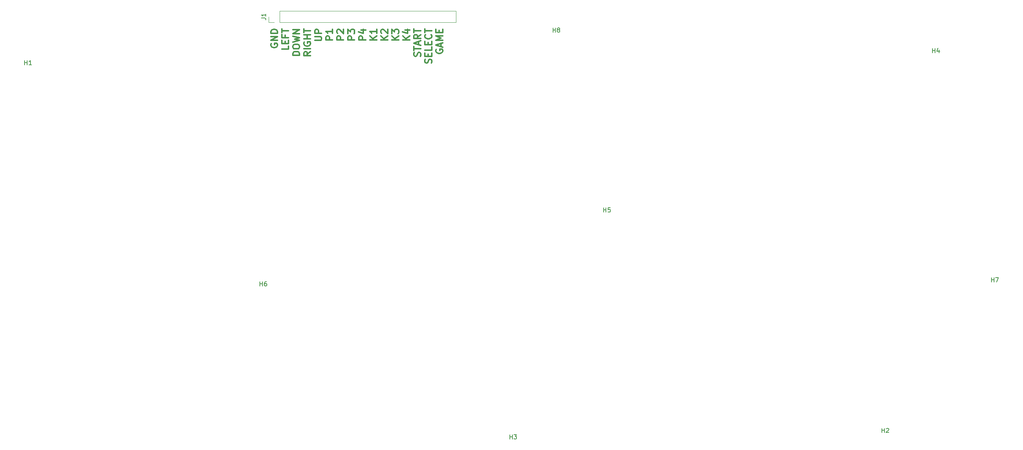
<source format=gbr>
%TF.GenerationSoftware,KiCad,Pcbnew,(7.0.0)*%
%TF.CreationDate,2023-03-03T17:09:00-06:00*%
%TF.ProjectId,Frosty,46726f73-7479-42e6-9b69-6361645f7063,rev?*%
%TF.SameCoordinates,Original*%
%TF.FileFunction,Legend,Top*%
%TF.FilePolarity,Positive*%
%FSLAX46Y46*%
G04 Gerber Fmt 4.6, Leading zero omitted, Abs format (unit mm)*
G04 Created by KiCad (PCBNEW (7.0.0)) date 2023-03-03 17:09:00*
%MOMM*%
%LPD*%
G01*
G04 APERTURE LIST*
%ADD10C,0.375000*%
%ADD11C,0.150000*%
%ADD12C,0.120000*%
G04 APERTURE END LIST*
D10*
X103230415Y-29718571D02*
X103155653Y-29868095D01*
X103155653Y-29868095D02*
X103155653Y-30092381D01*
X103155653Y-30092381D02*
X103230415Y-30316666D01*
X103230415Y-30316666D02*
X103379938Y-30466190D01*
X103379938Y-30466190D02*
X103529462Y-30540952D01*
X103529462Y-30540952D02*
X103828510Y-30615714D01*
X103828510Y-30615714D02*
X104052795Y-30615714D01*
X104052795Y-30615714D02*
X104351843Y-30540952D01*
X104351843Y-30540952D02*
X104501367Y-30466190D01*
X104501367Y-30466190D02*
X104650891Y-30316666D01*
X104650891Y-30316666D02*
X104725653Y-30092381D01*
X104725653Y-30092381D02*
X104725653Y-29942857D01*
X104725653Y-29942857D02*
X104650891Y-29718571D01*
X104650891Y-29718571D02*
X104576129Y-29643809D01*
X104576129Y-29643809D02*
X104052795Y-29643809D01*
X104052795Y-29643809D02*
X104052795Y-29942857D01*
X104725653Y-28970952D02*
X103155653Y-28970952D01*
X103155653Y-28970952D02*
X104725653Y-28073809D01*
X104725653Y-28073809D02*
X103155653Y-28073809D01*
X104725653Y-27326190D02*
X103155653Y-27326190D01*
X103155653Y-27326190D02*
X103155653Y-26952380D01*
X103155653Y-26952380D02*
X103230415Y-26728095D01*
X103230415Y-26728095D02*
X103379938Y-26578571D01*
X103379938Y-26578571D02*
X103529462Y-26503809D01*
X103529462Y-26503809D02*
X103828510Y-26429047D01*
X103828510Y-26429047D02*
X104052795Y-26429047D01*
X104052795Y-26429047D02*
X104351843Y-26503809D01*
X104351843Y-26503809D02*
X104501367Y-26578571D01*
X104501367Y-26578571D02*
X104650891Y-26728095D01*
X104650891Y-26728095D02*
X104725653Y-26952380D01*
X104725653Y-26952380D02*
X104725653Y-27326190D01*
X107269053Y-30241903D02*
X107269053Y-30989522D01*
X107269053Y-30989522D02*
X105699053Y-30989522D01*
X106446672Y-29718570D02*
X106446672Y-29195237D01*
X107269053Y-28970951D02*
X107269053Y-29718570D01*
X107269053Y-29718570D02*
X105699053Y-29718570D01*
X105699053Y-29718570D02*
X105699053Y-28970951D01*
X106446672Y-27774761D02*
X106446672Y-28298094D01*
X107269053Y-28298094D02*
X105699053Y-28298094D01*
X105699053Y-28298094D02*
X105699053Y-27550475D01*
X105699053Y-27176666D02*
X105699053Y-26279523D01*
X107269053Y-26728094D02*
X105699053Y-26728094D01*
X109812453Y-32410000D02*
X108242453Y-32410000D01*
X108242453Y-32410000D02*
X108242453Y-32036190D01*
X108242453Y-32036190D02*
X108317215Y-31811905D01*
X108317215Y-31811905D02*
X108466738Y-31662381D01*
X108466738Y-31662381D02*
X108616262Y-31587619D01*
X108616262Y-31587619D02*
X108915310Y-31512857D01*
X108915310Y-31512857D02*
X109139595Y-31512857D01*
X109139595Y-31512857D02*
X109438643Y-31587619D01*
X109438643Y-31587619D02*
X109588167Y-31662381D01*
X109588167Y-31662381D02*
X109737691Y-31811905D01*
X109737691Y-31811905D02*
X109812453Y-32036190D01*
X109812453Y-32036190D02*
X109812453Y-32410000D01*
X108242453Y-30540952D02*
X108242453Y-30241905D01*
X108242453Y-30241905D02*
X108317215Y-30092381D01*
X108317215Y-30092381D02*
X108466738Y-29942857D01*
X108466738Y-29942857D02*
X108765786Y-29868095D01*
X108765786Y-29868095D02*
X109289119Y-29868095D01*
X109289119Y-29868095D02*
X109588167Y-29942857D01*
X109588167Y-29942857D02*
X109737691Y-30092381D01*
X109737691Y-30092381D02*
X109812453Y-30241905D01*
X109812453Y-30241905D02*
X109812453Y-30540952D01*
X109812453Y-30540952D02*
X109737691Y-30690476D01*
X109737691Y-30690476D02*
X109588167Y-30840000D01*
X109588167Y-30840000D02*
X109289119Y-30914762D01*
X109289119Y-30914762D02*
X108765786Y-30914762D01*
X108765786Y-30914762D02*
X108466738Y-30840000D01*
X108466738Y-30840000D02*
X108317215Y-30690476D01*
X108317215Y-30690476D02*
X108242453Y-30540952D01*
X108242453Y-29344762D02*
X109812453Y-28970952D01*
X109812453Y-28970952D02*
X108691024Y-28671905D01*
X108691024Y-28671905D02*
X109812453Y-28372857D01*
X109812453Y-28372857D02*
X108242453Y-27999048D01*
X109812453Y-27400952D02*
X108242453Y-27400952D01*
X108242453Y-27400952D02*
X109812453Y-26503809D01*
X109812453Y-26503809D02*
X108242453Y-26503809D01*
X112355853Y-31587618D02*
X111608234Y-32110951D01*
X112355853Y-32484761D02*
X110785853Y-32484761D01*
X110785853Y-32484761D02*
X110785853Y-31886666D01*
X110785853Y-31886666D02*
X110860615Y-31737142D01*
X110860615Y-31737142D02*
X110935376Y-31662380D01*
X110935376Y-31662380D02*
X111084900Y-31587618D01*
X111084900Y-31587618D02*
X111309186Y-31587618D01*
X111309186Y-31587618D02*
X111458710Y-31662380D01*
X111458710Y-31662380D02*
X111533472Y-31737142D01*
X111533472Y-31737142D02*
X111608234Y-31886666D01*
X111608234Y-31886666D02*
X111608234Y-32484761D01*
X112355853Y-30914761D02*
X110785853Y-30914761D01*
X110860615Y-29344761D02*
X110785853Y-29494285D01*
X110785853Y-29494285D02*
X110785853Y-29718571D01*
X110785853Y-29718571D02*
X110860615Y-29942856D01*
X110860615Y-29942856D02*
X111010138Y-30092380D01*
X111010138Y-30092380D02*
X111159662Y-30167142D01*
X111159662Y-30167142D02*
X111458710Y-30241904D01*
X111458710Y-30241904D02*
X111682995Y-30241904D01*
X111682995Y-30241904D02*
X111982043Y-30167142D01*
X111982043Y-30167142D02*
X112131567Y-30092380D01*
X112131567Y-30092380D02*
X112281091Y-29942856D01*
X112281091Y-29942856D02*
X112355853Y-29718571D01*
X112355853Y-29718571D02*
X112355853Y-29569047D01*
X112355853Y-29569047D02*
X112281091Y-29344761D01*
X112281091Y-29344761D02*
X112206329Y-29269999D01*
X112206329Y-29269999D02*
X111682995Y-29269999D01*
X111682995Y-29269999D02*
X111682995Y-29569047D01*
X112355853Y-28597142D02*
X110785853Y-28597142D01*
X111533472Y-28597142D02*
X111533472Y-27699999D01*
X112355853Y-27699999D02*
X110785853Y-27699999D01*
X110785853Y-27176666D02*
X110785853Y-26279523D01*
X112355853Y-26728094D02*
X110785853Y-26728094D01*
X113329253Y-28970952D02*
X114600205Y-28970952D01*
X114600205Y-28970952D02*
X114749729Y-28896190D01*
X114749729Y-28896190D02*
X114824491Y-28821428D01*
X114824491Y-28821428D02*
X114899253Y-28671904D01*
X114899253Y-28671904D02*
X114899253Y-28372857D01*
X114899253Y-28372857D02*
X114824491Y-28223333D01*
X114824491Y-28223333D02*
X114749729Y-28148571D01*
X114749729Y-28148571D02*
X114600205Y-28073809D01*
X114600205Y-28073809D02*
X113329253Y-28073809D01*
X114899253Y-27326190D02*
X113329253Y-27326190D01*
X113329253Y-27326190D02*
X113329253Y-26728095D01*
X113329253Y-26728095D02*
X113404015Y-26578571D01*
X113404015Y-26578571D02*
X113478776Y-26503809D01*
X113478776Y-26503809D02*
X113628300Y-26429047D01*
X113628300Y-26429047D02*
X113852586Y-26429047D01*
X113852586Y-26429047D02*
X114002110Y-26503809D01*
X114002110Y-26503809D02*
X114076872Y-26578571D01*
X114076872Y-26578571D02*
X114151634Y-26728095D01*
X114151634Y-26728095D02*
X114151634Y-27326190D01*
X117442653Y-28821428D02*
X115872653Y-28821428D01*
X115872653Y-28821428D02*
X115872653Y-28223333D01*
X115872653Y-28223333D02*
X115947415Y-28073809D01*
X115947415Y-28073809D02*
X116022176Y-27999047D01*
X116022176Y-27999047D02*
X116171700Y-27924285D01*
X116171700Y-27924285D02*
X116395986Y-27924285D01*
X116395986Y-27924285D02*
X116545510Y-27999047D01*
X116545510Y-27999047D02*
X116620272Y-28073809D01*
X116620272Y-28073809D02*
X116695034Y-28223333D01*
X116695034Y-28223333D02*
X116695034Y-28821428D01*
X117442653Y-26429047D02*
X117442653Y-27326190D01*
X117442653Y-26877618D02*
X115872653Y-26877618D01*
X115872653Y-26877618D02*
X116096938Y-27027142D01*
X116096938Y-27027142D02*
X116246462Y-27176666D01*
X116246462Y-27176666D02*
X116321224Y-27326190D01*
X119986053Y-28821428D02*
X118416053Y-28821428D01*
X118416053Y-28821428D02*
X118416053Y-28223333D01*
X118416053Y-28223333D02*
X118490815Y-28073809D01*
X118490815Y-28073809D02*
X118565576Y-27999047D01*
X118565576Y-27999047D02*
X118715100Y-27924285D01*
X118715100Y-27924285D02*
X118939386Y-27924285D01*
X118939386Y-27924285D02*
X119088910Y-27999047D01*
X119088910Y-27999047D02*
X119163672Y-28073809D01*
X119163672Y-28073809D02*
X119238434Y-28223333D01*
X119238434Y-28223333D02*
X119238434Y-28821428D01*
X118565576Y-27326190D02*
X118490815Y-27251428D01*
X118490815Y-27251428D02*
X118416053Y-27101904D01*
X118416053Y-27101904D02*
X118416053Y-26728095D01*
X118416053Y-26728095D02*
X118490815Y-26578571D01*
X118490815Y-26578571D02*
X118565576Y-26503809D01*
X118565576Y-26503809D02*
X118715100Y-26429047D01*
X118715100Y-26429047D02*
X118864624Y-26429047D01*
X118864624Y-26429047D02*
X119088910Y-26503809D01*
X119088910Y-26503809D02*
X119986053Y-27400952D01*
X119986053Y-27400952D02*
X119986053Y-26429047D01*
X122529453Y-28821428D02*
X120959453Y-28821428D01*
X120959453Y-28821428D02*
X120959453Y-28223333D01*
X120959453Y-28223333D02*
X121034215Y-28073809D01*
X121034215Y-28073809D02*
X121108976Y-27999047D01*
X121108976Y-27999047D02*
X121258500Y-27924285D01*
X121258500Y-27924285D02*
X121482786Y-27924285D01*
X121482786Y-27924285D02*
X121632310Y-27999047D01*
X121632310Y-27999047D02*
X121707072Y-28073809D01*
X121707072Y-28073809D02*
X121781834Y-28223333D01*
X121781834Y-28223333D02*
X121781834Y-28821428D01*
X120959453Y-27400952D02*
X120959453Y-26429047D01*
X120959453Y-26429047D02*
X121557548Y-26952380D01*
X121557548Y-26952380D02*
X121557548Y-26728095D01*
X121557548Y-26728095D02*
X121632310Y-26578571D01*
X121632310Y-26578571D02*
X121707072Y-26503809D01*
X121707072Y-26503809D02*
X121856595Y-26429047D01*
X121856595Y-26429047D02*
X122230405Y-26429047D01*
X122230405Y-26429047D02*
X122379929Y-26503809D01*
X122379929Y-26503809D02*
X122454691Y-26578571D01*
X122454691Y-26578571D02*
X122529453Y-26728095D01*
X122529453Y-26728095D02*
X122529453Y-27176666D01*
X122529453Y-27176666D02*
X122454691Y-27326190D01*
X122454691Y-27326190D02*
X122379929Y-27400952D01*
X125072853Y-28821428D02*
X123502853Y-28821428D01*
X123502853Y-28821428D02*
X123502853Y-28223333D01*
X123502853Y-28223333D02*
X123577615Y-28073809D01*
X123577615Y-28073809D02*
X123652376Y-27999047D01*
X123652376Y-27999047D02*
X123801900Y-27924285D01*
X123801900Y-27924285D02*
X124026186Y-27924285D01*
X124026186Y-27924285D02*
X124175710Y-27999047D01*
X124175710Y-27999047D02*
X124250472Y-28073809D01*
X124250472Y-28073809D02*
X124325234Y-28223333D01*
X124325234Y-28223333D02*
X124325234Y-28821428D01*
X124026186Y-26578571D02*
X125072853Y-26578571D01*
X123428091Y-26952380D02*
X124549519Y-27326190D01*
X124549519Y-27326190D02*
X124549519Y-26354285D01*
X127616253Y-28821428D02*
X126046253Y-28821428D01*
X127616253Y-27924285D02*
X126719110Y-28597142D01*
X126046253Y-27924285D02*
X126943395Y-28821428D01*
X127616253Y-26429047D02*
X127616253Y-27326190D01*
X127616253Y-26877618D02*
X126046253Y-26877618D01*
X126046253Y-26877618D02*
X126270538Y-27027142D01*
X126270538Y-27027142D02*
X126420062Y-27176666D01*
X126420062Y-27176666D02*
X126494824Y-27326190D01*
X130159653Y-28821428D02*
X128589653Y-28821428D01*
X130159653Y-27924285D02*
X129262510Y-28597142D01*
X128589653Y-27924285D02*
X129486795Y-28821428D01*
X128739176Y-27326190D02*
X128664415Y-27251428D01*
X128664415Y-27251428D02*
X128589653Y-27101904D01*
X128589653Y-27101904D02*
X128589653Y-26728095D01*
X128589653Y-26728095D02*
X128664415Y-26578571D01*
X128664415Y-26578571D02*
X128739176Y-26503809D01*
X128739176Y-26503809D02*
X128888700Y-26429047D01*
X128888700Y-26429047D02*
X129038224Y-26429047D01*
X129038224Y-26429047D02*
X129262510Y-26503809D01*
X129262510Y-26503809D02*
X130159653Y-27400952D01*
X130159653Y-27400952D02*
X130159653Y-26429047D01*
X132703053Y-28821428D02*
X131133053Y-28821428D01*
X132703053Y-27924285D02*
X131805910Y-28597142D01*
X131133053Y-27924285D02*
X132030195Y-28821428D01*
X131133053Y-27400952D02*
X131133053Y-26429047D01*
X131133053Y-26429047D02*
X131731148Y-26952380D01*
X131731148Y-26952380D02*
X131731148Y-26728095D01*
X131731148Y-26728095D02*
X131805910Y-26578571D01*
X131805910Y-26578571D02*
X131880672Y-26503809D01*
X131880672Y-26503809D02*
X132030195Y-26429047D01*
X132030195Y-26429047D02*
X132404005Y-26429047D01*
X132404005Y-26429047D02*
X132553529Y-26503809D01*
X132553529Y-26503809D02*
X132628291Y-26578571D01*
X132628291Y-26578571D02*
X132703053Y-26728095D01*
X132703053Y-26728095D02*
X132703053Y-27176666D01*
X132703053Y-27176666D02*
X132628291Y-27326190D01*
X132628291Y-27326190D02*
X132553529Y-27400952D01*
X135246453Y-28821428D02*
X133676453Y-28821428D01*
X135246453Y-27924285D02*
X134349310Y-28597142D01*
X133676453Y-27924285D02*
X134573595Y-28821428D01*
X134199786Y-26578571D02*
X135246453Y-26578571D01*
X133601691Y-26952380D02*
X134723119Y-27326190D01*
X134723119Y-27326190D02*
X134723119Y-26354285D01*
X137715091Y-32634284D02*
X137789853Y-32409998D01*
X137789853Y-32409998D02*
X137789853Y-32036189D01*
X137789853Y-32036189D02*
X137715091Y-31886665D01*
X137715091Y-31886665D02*
X137640329Y-31811903D01*
X137640329Y-31811903D02*
X137490805Y-31737141D01*
X137490805Y-31737141D02*
X137341281Y-31737141D01*
X137341281Y-31737141D02*
X137191757Y-31811903D01*
X137191757Y-31811903D02*
X137116995Y-31886665D01*
X137116995Y-31886665D02*
X137042234Y-32036189D01*
X137042234Y-32036189D02*
X136967472Y-32335236D01*
X136967472Y-32335236D02*
X136892710Y-32484760D01*
X136892710Y-32484760D02*
X136817948Y-32559522D01*
X136817948Y-32559522D02*
X136668424Y-32634284D01*
X136668424Y-32634284D02*
X136518900Y-32634284D01*
X136518900Y-32634284D02*
X136369376Y-32559522D01*
X136369376Y-32559522D02*
X136294615Y-32484760D01*
X136294615Y-32484760D02*
X136219853Y-32335236D01*
X136219853Y-32335236D02*
X136219853Y-31961427D01*
X136219853Y-31961427D02*
X136294615Y-31737141D01*
X136219853Y-31288570D02*
X136219853Y-30391427D01*
X137789853Y-30839998D02*
X136219853Y-30839998D01*
X137341281Y-29942856D02*
X137341281Y-29195237D01*
X137789853Y-30092380D02*
X136219853Y-29569046D01*
X136219853Y-29569046D02*
X137789853Y-29045713D01*
X137789853Y-27625237D02*
X137042234Y-28148570D01*
X137789853Y-28522380D02*
X136219853Y-28522380D01*
X136219853Y-28522380D02*
X136219853Y-27924285D01*
X136219853Y-27924285D02*
X136294615Y-27774761D01*
X136294615Y-27774761D02*
X136369376Y-27699999D01*
X136369376Y-27699999D02*
X136518900Y-27625237D01*
X136518900Y-27625237D02*
X136743186Y-27625237D01*
X136743186Y-27625237D02*
X136892710Y-27699999D01*
X136892710Y-27699999D02*
X136967472Y-27774761D01*
X136967472Y-27774761D02*
X137042234Y-27924285D01*
X137042234Y-27924285D02*
X137042234Y-28522380D01*
X136219853Y-27176666D02*
X136219853Y-26279523D01*
X137789853Y-26728094D02*
X136219853Y-26728094D01*
X140258491Y-34204284D02*
X140333253Y-33979998D01*
X140333253Y-33979998D02*
X140333253Y-33606189D01*
X140333253Y-33606189D02*
X140258491Y-33456665D01*
X140258491Y-33456665D02*
X140183729Y-33381903D01*
X140183729Y-33381903D02*
X140034205Y-33307141D01*
X140034205Y-33307141D02*
X139884681Y-33307141D01*
X139884681Y-33307141D02*
X139735157Y-33381903D01*
X139735157Y-33381903D02*
X139660395Y-33456665D01*
X139660395Y-33456665D02*
X139585634Y-33606189D01*
X139585634Y-33606189D02*
X139510872Y-33905236D01*
X139510872Y-33905236D02*
X139436110Y-34054760D01*
X139436110Y-34054760D02*
X139361348Y-34129522D01*
X139361348Y-34129522D02*
X139211824Y-34204284D01*
X139211824Y-34204284D02*
X139062300Y-34204284D01*
X139062300Y-34204284D02*
X138912776Y-34129522D01*
X138912776Y-34129522D02*
X138838015Y-34054760D01*
X138838015Y-34054760D02*
X138763253Y-33905236D01*
X138763253Y-33905236D02*
X138763253Y-33531427D01*
X138763253Y-33531427D02*
X138838015Y-33307141D01*
X139510872Y-32634284D02*
X139510872Y-32110951D01*
X140333253Y-31886665D02*
X140333253Y-32634284D01*
X140333253Y-32634284D02*
X138763253Y-32634284D01*
X138763253Y-32634284D02*
X138763253Y-31886665D01*
X140333253Y-30466189D02*
X140333253Y-31213808D01*
X140333253Y-31213808D02*
X138763253Y-31213808D01*
X139510872Y-29942856D02*
X139510872Y-29419523D01*
X140333253Y-29195237D02*
X140333253Y-29942856D01*
X140333253Y-29942856D02*
X138763253Y-29942856D01*
X138763253Y-29942856D02*
X138763253Y-29195237D01*
X140183729Y-27625237D02*
X140258491Y-27699999D01*
X140258491Y-27699999D02*
X140333253Y-27924285D01*
X140333253Y-27924285D02*
X140333253Y-28073809D01*
X140333253Y-28073809D02*
X140258491Y-28298094D01*
X140258491Y-28298094D02*
X140108967Y-28447618D01*
X140108967Y-28447618D02*
X139959443Y-28522380D01*
X139959443Y-28522380D02*
X139660395Y-28597142D01*
X139660395Y-28597142D02*
X139436110Y-28597142D01*
X139436110Y-28597142D02*
X139137062Y-28522380D01*
X139137062Y-28522380D02*
X138987538Y-28447618D01*
X138987538Y-28447618D02*
X138838015Y-28298094D01*
X138838015Y-28298094D02*
X138763253Y-28073809D01*
X138763253Y-28073809D02*
X138763253Y-27924285D01*
X138763253Y-27924285D02*
X138838015Y-27699999D01*
X138838015Y-27699999D02*
X138912776Y-27625237D01*
X138763253Y-27176666D02*
X138763253Y-26279523D01*
X140333253Y-26728094D02*
X138763253Y-26728094D01*
X141381415Y-31064285D02*
X141306653Y-31213809D01*
X141306653Y-31213809D02*
X141306653Y-31438095D01*
X141306653Y-31438095D02*
X141381415Y-31662380D01*
X141381415Y-31662380D02*
X141530938Y-31811904D01*
X141530938Y-31811904D02*
X141680462Y-31886666D01*
X141680462Y-31886666D02*
X141979510Y-31961428D01*
X141979510Y-31961428D02*
X142203795Y-31961428D01*
X142203795Y-31961428D02*
X142502843Y-31886666D01*
X142502843Y-31886666D02*
X142652367Y-31811904D01*
X142652367Y-31811904D02*
X142801891Y-31662380D01*
X142801891Y-31662380D02*
X142876653Y-31438095D01*
X142876653Y-31438095D02*
X142876653Y-31288571D01*
X142876653Y-31288571D02*
X142801891Y-31064285D01*
X142801891Y-31064285D02*
X142727129Y-30989523D01*
X142727129Y-30989523D02*
X142203795Y-30989523D01*
X142203795Y-30989523D02*
X142203795Y-31288571D01*
X142428081Y-30391428D02*
X142428081Y-29643809D01*
X142876653Y-30540952D02*
X141306653Y-30017618D01*
X141306653Y-30017618D02*
X142876653Y-29494285D01*
X142876653Y-28970952D02*
X141306653Y-28970952D01*
X141306653Y-28970952D02*
X142428081Y-28447619D01*
X142428081Y-28447619D02*
X141306653Y-27924285D01*
X141306653Y-27924285D02*
X142876653Y-27924285D01*
X142054272Y-27176666D02*
X142054272Y-26653333D01*
X142876653Y-26429047D02*
X142876653Y-27176666D01*
X142876653Y-27176666D02*
X141306653Y-27176666D01*
X141306653Y-27176666D02*
X141306653Y-26429047D01*
D11*
%TO.C,H8*%
X168338095Y-27057380D02*
X168338095Y-26057380D01*
X168338095Y-26533571D02*
X168909523Y-26533571D01*
X168909523Y-27057380D02*
X168909523Y-26057380D01*
X169528571Y-26485952D02*
X169433333Y-26438333D01*
X169433333Y-26438333D02*
X169385714Y-26390714D01*
X169385714Y-26390714D02*
X169338095Y-26295476D01*
X169338095Y-26295476D02*
X169338095Y-26247857D01*
X169338095Y-26247857D02*
X169385714Y-26152619D01*
X169385714Y-26152619D02*
X169433333Y-26105000D01*
X169433333Y-26105000D02*
X169528571Y-26057380D01*
X169528571Y-26057380D02*
X169719047Y-26057380D01*
X169719047Y-26057380D02*
X169814285Y-26105000D01*
X169814285Y-26105000D02*
X169861904Y-26152619D01*
X169861904Y-26152619D02*
X169909523Y-26247857D01*
X169909523Y-26247857D02*
X169909523Y-26295476D01*
X169909523Y-26295476D02*
X169861904Y-26390714D01*
X169861904Y-26390714D02*
X169814285Y-26438333D01*
X169814285Y-26438333D02*
X169719047Y-26485952D01*
X169719047Y-26485952D02*
X169528571Y-26485952D01*
X169528571Y-26485952D02*
X169433333Y-26533571D01*
X169433333Y-26533571D02*
X169385714Y-26581190D01*
X169385714Y-26581190D02*
X169338095Y-26676428D01*
X169338095Y-26676428D02*
X169338095Y-26866904D01*
X169338095Y-26866904D02*
X169385714Y-26962142D01*
X169385714Y-26962142D02*
X169433333Y-27009761D01*
X169433333Y-27009761D02*
X169528571Y-27057380D01*
X169528571Y-27057380D02*
X169719047Y-27057380D01*
X169719047Y-27057380D02*
X169814285Y-27009761D01*
X169814285Y-27009761D02*
X169861904Y-26962142D01*
X169861904Y-26962142D02*
X169909523Y-26866904D01*
X169909523Y-26866904D02*
X169909523Y-26676428D01*
X169909523Y-26676428D02*
X169861904Y-26581190D01*
X169861904Y-26581190D02*
X169814285Y-26533571D01*
X169814285Y-26533571D02*
X169719047Y-26485952D01*
%TO.C,H7*%
X269628095Y-84787380D02*
X269628095Y-83787380D01*
X269628095Y-84263571D02*
X270199523Y-84263571D01*
X270199523Y-84787380D02*
X270199523Y-83787380D01*
X270580476Y-83787380D02*
X271247142Y-83787380D01*
X271247142Y-83787380D02*
X270818571Y-84787380D01*
%TO.C,H6*%
X100668095Y-85737380D02*
X100668095Y-84737380D01*
X100668095Y-85213571D02*
X101239523Y-85213571D01*
X101239523Y-85737380D02*
X101239523Y-84737380D01*
X102144285Y-84737380D02*
X101953809Y-84737380D01*
X101953809Y-84737380D02*
X101858571Y-84785000D01*
X101858571Y-84785000D02*
X101810952Y-84832619D01*
X101810952Y-84832619D02*
X101715714Y-84975476D01*
X101715714Y-84975476D02*
X101668095Y-85165952D01*
X101668095Y-85165952D02*
X101668095Y-85546904D01*
X101668095Y-85546904D02*
X101715714Y-85642142D01*
X101715714Y-85642142D02*
X101763333Y-85689761D01*
X101763333Y-85689761D02*
X101858571Y-85737380D01*
X101858571Y-85737380D02*
X102049047Y-85737380D01*
X102049047Y-85737380D02*
X102144285Y-85689761D01*
X102144285Y-85689761D02*
X102191904Y-85642142D01*
X102191904Y-85642142D02*
X102239523Y-85546904D01*
X102239523Y-85546904D02*
X102239523Y-85308809D01*
X102239523Y-85308809D02*
X102191904Y-85213571D01*
X102191904Y-85213571D02*
X102144285Y-85165952D01*
X102144285Y-85165952D02*
X102049047Y-85118333D01*
X102049047Y-85118333D02*
X101858571Y-85118333D01*
X101858571Y-85118333D02*
X101763333Y-85165952D01*
X101763333Y-85165952D02*
X101715714Y-85213571D01*
X101715714Y-85213571D02*
X101668095Y-85308809D01*
%TO.C,H5*%
X180038095Y-68647380D02*
X180038095Y-67647380D01*
X180038095Y-68123571D02*
X180609523Y-68123571D01*
X180609523Y-68647380D02*
X180609523Y-67647380D01*
X181561904Y-67647380D02*
X181085714Y-67647380D01*
X181085714Y-67647380D02*
X181038095Y-68123571D01*
X181038095Y-68123571D02*
X181085714Y-68075952D01*
X181085714Y-68075952D02*
X181180952Y-68028333D01*
X181180952Y-68028333D02*
X181419047Y-68028333D01*
X181419047Y-68028333D02*
X181514285Y-68075952D01*
X181514285Y-68075952D02*
X181561904Y-68123571D01*
X181561904Y-68123571D02*
X181609523Y-68218809D01*
X181609523Y-68218809D02*
X181609523Y-68456904D01*
X181609523Y-68456904D02*
X181561904Y-68552142D01*
X181561904Y-68552142D02*
X181514285Y-68599761D01*
X181514285Y-68599761D02*
X181419047Y-68647380D01*
X181419047Y-68647380D02*
X181180952Y-68647380D01*
X181180952Y-68647380D02*
X181085714Y-68599761D01*
X181085714Y-68599761D02*
X181038095Y-68552142D01*
%TO.C,H4*%
X256048095Y-31787380D02*
X256048095Y-30787380D01*
X256048095Y-31263571D02*
X256619523Y-31263571D01*
X256619523Y-31787380D02*
X256619523Y-30787380D01*
X257524285Y-31120714D02*
X257524285Y-31787380D01*
X257286190Y-30739761D02*
X257048095Y-31454047D01*
X257048095Y-31454047D02*
X257667142Y-31454047D01*
%TO.C,H3*%
X158378095Y-121117380D02*
X158378095Y-120117380D01*
X158378095Y-120593571D02*
X158949523Y-120593571D01*
X158949523Y-121117380D02*
X158949523Y-120117380D01*
X159330476Y-120117380D02*
X159949523Y-120117380D01*
X159949523Y-120117380D02*
X159616190Y-120498333D01*
X159616190Y-120498333D02*
X159759047Y-120498333D01*
X159759047Y-120498333D02*
X159854285Y-120545952D01*
X159854285Y-120545952D02*
X159901904Y-120593571D01*
X159901904Y-120593571D02*
X159949523Y-120688809D01*
X159949523Y-120688809D02*
X159949523Y-120926904D01*
X159949523Y-120926904D02*
X159901904Y-121022142D01*
X159901904Y-121022142D02*
X159854285Y-121069761D01*
X159854285Y-121069761D02*
X159759047Y-121117380D01*
X159759047Y-121117380D02*
X159473333Y-121117380D01*
X159473333Y-121117380D02*
X159378095Y-121069761D01*
X159378095Y-121069761D02*
X159330476Y-121022142D01*
%TO.C,H2*%
X244338095Y-119637380D02*
X244338095Y-118637380D01*
X244338095Y-119113571D02*
X244909523Y-119113571D01*
X244909523Y-119637380D02*
X244909523Y-118637380D01*
X245338095Y-118732619D02*
X245385714Y-118685000D01*
X245385714Y-118685000D02*
X245480952Y-118637380D01*
X245480952Y-118637380D02*
X245719047Y-118637380D01*
X245719047Y-118637380D02*
X245814285Y-118685000D01*
X245814285Y-118685000D02*
X245861904Y-118732619D01*
X245861904Y-118732619D02*
X245909523Y-118827857D01*
X245909523Y-118827857D02*
X245909523Y-118923095D01*
X245909523Y-118923095D02*
X245861904Y-119065952D01*
X245861904Y-119065952D02*
X245290476Y-119637380D01*
X245290476Y-119637380D02*
X245909523Y-119637380D01*
%TO.C,H1*%
X46318095Y-34587380D02*
X46318095Y-33587380D01*
X46318095Y-34063571D02*
X46889523Y-34063571D01*
X46889523Y-34587380D02*
X46889523Y-33587380D01*
X47889523Y-34587380D02*
X47318095Y-34587380D01*
X47603809Y-34587380D02*
X47603809Y-33587380D01*
X47603809Y-33587380D02*
X47508571Y-33730238D01*
X47508571Y-33730238D02*
X47413333Y-33825476D01*
X47413333Y-33825476D02*
X47318095Y-33873095D01*
%TO.C,J1*%
X101018630Y-23804158D02*
X101732916Y-23804158D01*
X101732916Y-23804158D02*
X101875773Y-23851777D01*
X101875773Y-23851777D02*
X101971011Y-23947015D01*
X101971011Y-23947015D02*
X102018630Y-24089872D01*
X102018630Y-24089872D02*
X102018630Y-24185110D01*
X102018630Y-22804158D02*
X102018630Y-23375586D01*
X102018630Y-23089872D02*
X101018630Y-23089872D01*
X101018630Y-23089872D02*
X101161488Y-23185110D01*
X101161488Y-23185110D02*
X101256726Y-23280348D01*
X101256726Y-23280348D02*
X101304345Y-23375586D01*
D12*
X105251250Y-24800825D02*
X105251250Y-22140825D01*
X105251250Y-24800825D02*
X145951250Y-24800825D01*
X103981250Y-24800825D02*
X102651250Y-24800825D01*
X105251250Y-22140825D02*
X145951250Y-22140825D01*
X102651250Y-24800825D02*
X102651250Y-23470825D01*
X145951250Y-24800825D02*
X145951250Y-22140825D01*
%TD*%
M02*

</source>
